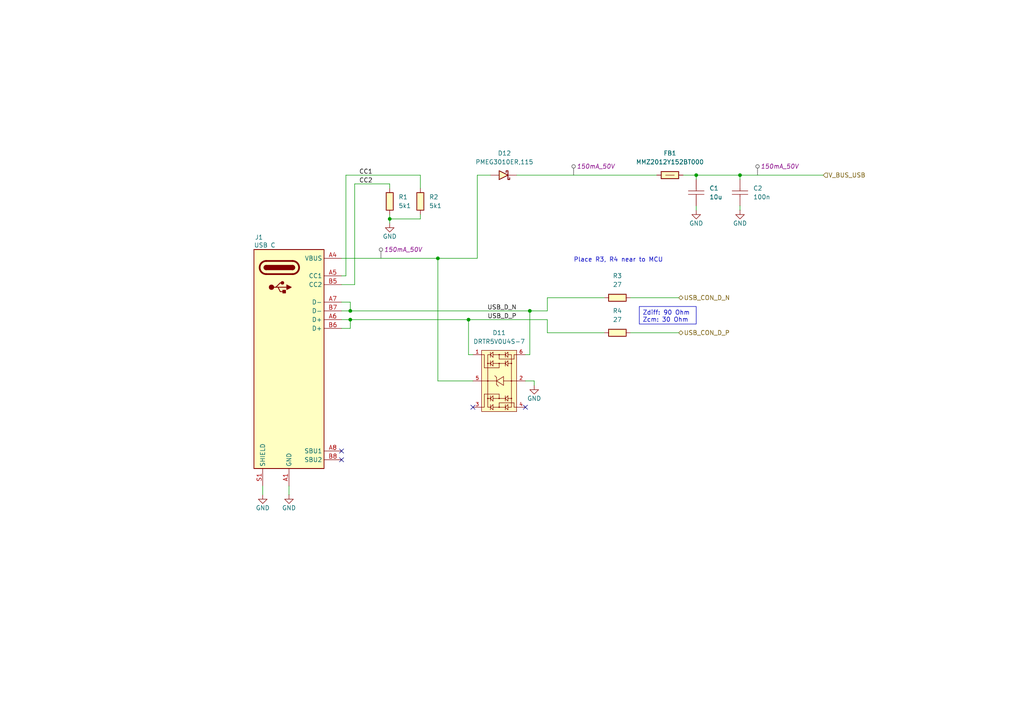
<source format=kicad_sch>
(kicad_sch (version 20231120) (generator "eeschema") (generator_version "8.0")
  (paper "A4")
  (title_block (title "Programmable Keyboard") (date "2025-01-06") (rev "3.0") (company "Kallio Designs Oy") (comment 1 "TL, NH") (comment 2 "ASSEMBLY_PN") (comment 3 "000018"))
  (lib_symbols
    (symbol "KD_Capacitor:C_0603_100n_X7R_50V" (pin_numbers hide) (pin_names hide)
      (property "Reference" "C" (at 2.54 1.27 0))
      (property "Value" "100n" (at 2.54 -1.27 0))
      (symbol "C_0603_100n_X7R_50V_0_1"
        (polyline (pts (xy -2.286 -0.508) (xy 2.286 -0.508)))
        (polyline (pts (xy -2.286 0.508) (xy 2.286 0.508)))
        (polyline (pts (xy 0 -0.508) (xy 0 -1.016)))
        (polyline (pts (xy 0 0.508) (xy 0 1.016)))
      )
      (symbol "C_0603_100n_X7R_50V_1_1"
        (pin passive line (at 0 3.81 270) (length 2.794) (name "~") (number "1"))
        (pin passive line (at 0 -3.81 90) (length 2.794) (name "~") (number "2"))
      )
    )
    (symbol "KD_Capacitor:C_1206_10u_X7R_16V" (pin_numbers hide) (pin_names hide)
      (property "Reference" "C" (at 2.54 1.27 0))
      (property "Value" "10u" (at 2.54 -1.27 0))
      (symbol "C_1206_10u_X7R_16V_0_1"
        (polyline (pts (xy -2.286 -0.508) (xy 2.286 -0.508)))
        (polyline (pts (xy -2.286 0.508) (xy 2.286 0.508)))
        (polyline (pts (xy 0 -0.508) (xy 0 -1.016)))
        (polyline (pts (xy 0 0.508) (xy 0 1.016)))
      )
      (symbol "C_1206_10u_X7R_16V_1_1"
        (pin passive line (at 0 3.81 270) (length 2.794) (name "~") (number "1"))
        (pin passive line (at 0 -3.81 90) (length 2.794) (name "~") (number "2"))
      )
    )
    (symbol "KD_Connector_USB_HDMI_Etc:USB_C_V_GCT_USB4085-GF-A"
      (property "Reference" "J" (at -25.146 6.096 0))
      (property "Value" "USB C" (at -25.4 3.81 0))
      (symbol "USB_C_V_GCT_USB4085-GF-A_0_1"
        (rectangle (start -25.4 2.54) (end -5.08 -60.96) (stroke (width 0.254)) (fill (type background)))
        (arc (start -21.844 -2.032) (mid -22.4763 -2.667) (end -21.844 -3.302) (stroke (width 0.254)))
        (arc (start -21.844 -2.032) (mid -22.4763 -2.667) (end -21.844 -3.302) (stroke (width 0.254)) (fill (type outline)))
        (arc (start -21.844 -0.762) (mid -23.7407 -2.667) (end -21.844 -4.572) (stroke (width 0.508)))
        (circle (center -20.32 -8.382) (radius 0.635) (stroke (width 0.254)) (fill (type outline)))
        (circle (center -17.145 -7.112) (radius 0.381) (stroke (width 0.254)) (fill (type outline)))
        (rectangle (start -16.256 -9.271) (end -17.018 -10.033) (stroke (width 0.254)) (fill (type outline)))
        (arc (start -14.224 -4.572) (mid -12.3273 -2.667) (end -14.224 -0.762) (stroke (width 0.508)))
        (rectangle (start -14.224 -3.302) (end -21.844 -2.032) (stroke (width 0.254)) (fill (type outline)))
        (arc (start -14.224 -3.302) (mid -13.5917 -2.667) (end -14.224 -2.032) (stroke (width 0.254)))
        (arc (start -14.224 -3.302) (mid -13.5917 -2.667) (end -14.224 -2.032) (stroke (width 0.254)) (fill (type outline)))
        (polyline (pts (xy -21.844 -0.762) (xy -14.224 -0.762)) (stroke (width 0.508)))
        (polyline (pts (xy -18.415 -8.382) (xy -15.875 -8.382)) (stroke (width 0.254)))
        (polyline (pts (xy -14.224 -4.572) (xy -21.844 -4.572)) (stroke (width 0.508)))
        (polyline (pts (xy -19.685 -8.382) (xy -19.05 -8.382) (xy -17.78 -7.112) (xy -17.145 -7.112)) (stroke (width 0.254)))
        (polyline (pts (xy -19.05 -8.382) (xy -18.415 -8.382) (xy -17.78 -9.652) (xy -16.51 -9.652)) (stroke (width 0.254)))
        (polyline (pts (xy -15.875 -7.747) (xy -15.875 -9.017) (xy -14.605 -8.382) (xy -15.875 -7.747)) (stroke (width 0.254)) (fill (type outline)))
      )
      (symbol "USB_C_V_GCT_USB4085-GF-A_1_1"
        (pin passive line (at -15.24 -66.04 90) (length 5.08) (name "GND") (number "A1"))
        (pin passive line (at -15.24 -66.04 90) (length 5.08) hide (name "GND") (number "A12"))
        (pin passive line (at 0 0 180) (length 5.08) (name "VBUS") (number "A4"))
        (pin bidirectional line (at 0 -5.08 180) (length 5.08) (name "CC1") (number "A5"))
        (pin bidirectional line (at 0 -17.78 180) (length 5.08) (name "D+") (number "A6"))
        (pin bidirectional line (at 0 -12.7 180) (length 5.08) (name "D-") (number "A7"))
        (pin bidirectional line (at 0 -55.88 180) (length 5.08) (name "SBU1") (number "A8"))
        (pin passive line (at 0 0 180) (length 5.08) hide (name "VBUS") (number "A9"))
        (pin passive line (at -15.24 -66.04 90) (length 5.08) hide (name "GND") (number "B1"))
        (pin passive line (at -15.24 -66.04 90) (length 5.08) hide (name "GND") (number "B12"))
        (pin passive line (at 0 0 180) (length 5.08) hide (name "VBUS") (number "B4"))
        (pin bidirectional line (at 0 -7.62 180) (length 5.08) (name "CC2") (number "B5"))
        (pin bidirectional line (at 0 -20.32 180) (length 5.08) (name "D+") (number "B6"))
        (pin bidirectional line (at 0 -15.24 180) (length 5.08) (name "D-") (number "B7"))
        (pin bidirectional line (at 0 -58.42 180) (length 5.08) (name "SBU2") (number "B8"))
        (pin passive line (at 0 0 180) (length 5.08) hide (name "VBUS") (number "B9"))
        (pin passive line (at -22.86 -66.04 90) (length 5.08) (name "SHIELD") (number "S1"))
      )
    )
    (symbol "KD_Diode:Schottky_30V_1A_PMEG3010ER_115" (pin_numbers hide) (pin_names hide)
      (property "Reference" "D" (at 0 2.54 0))
      (property "Value" "PMEG3010ER,115" (at 0 -2.794 0))
      (symbol "Schottky_30V_1A_PMEG3010ER_115_0_1"
        (polyline (pts (xy -1.778 0.762) (xy -1.778 1.27) (xy -1.27 1.27) (xy -1.27 -1.27) (xy -0.762 -1.27) (xy -0.762 -0.762)) (stroke (width 0.254)))
      )
      (symbol "Schottky_30V_1A_PMEG3010ER_115_1_1"
        (polyline (pts (xy 1.27 1.27) (xy 1.27 -1.27) (xy -1.27 0) (xy 1.27 1.27)) (stroke (width 0.254)) (fill (type background)))
        (pin passive line (at -3.81 0 0) (length 2.54) (name "K") (number "1"))
        (pin passive line (at 3.81 0 180) (length 2.54) (name "A") (number "2"))
      )
    )
    (symbol "KD_Diode:TVS_5V5_DRTR5V0U4S-7-M" (pin_names hide)
      (property "Reference" "D" (at 0 10.16 0))
      (property "Value" "DRTR5V0U4S-7" (at 0 -10.414 0))
      (symbol "TVS_5V5_DRTR5V0U4S-7-M_0_1"
        (rectangle (start -5.08 8.89) (end 5.08 -8.89) (fill (type background)))
      )
      (symbol "TVS_5V5_DRTR5V0U4S-7-M_1_0"
        (polyline (pts (xy -5.08 -7.62) (xy -4.318 -7.62)))
        (polyline (pts (xy -5.08 0) (xy -3.302 0)))
        (polyline (pts (xy -5.08 7.62) (xy -4.318 7.62)))
        (polyline (pts (xy -4.318 -7.62) (xy -4.318 -3.81)))
        (polyline (pts (xy -4.318 -3.81) (xy 0 -3.81)))
        (polyline (pts (xy -4.318 3.81) (xy 0 3.81)))
        (polyline (pts (xy -4.318 7.62) (xy -4.318 3.81)))
        (polyline (pts (xy -3.302 -7.62) (xy -2.54 -7.62)))
        (polyline (pts (xy -3.302 -5.08) (xy -3.302 -7.62)))
        (polyline (pts (xy -3.302 0) (xy -3.302 -5.08)))
        (polyline (pts (xy -3.302 0) (xy -3.302 5.08)))
        (polyline (pts (xy -3.302 0) (xy -0.762 0)))
        (polyline (pts (xy -3.302 5.08) (xy -3.302 7.62)))
        (polyline (pts (xy -3.302 7.62) (xy -2.54 7.62)))
        (polyline (pts (xy -2.54 -7.62) (xy -2.54 -8.382)))
        (polyline (pts (xy -2.54 -7.62) (xy -1.778 -8.382)))
        (polyline (pts (xy -2.54 -6.858) (xy -2.54 -7.62)))
        (polyline (pts (xy -2.54 -5.08) (xy -3.302 -5.08)))
        (polyline (pts (xy -2.54 -5.08) (xy -2.54 -5.842)))
        (polyline (pts (xy -2.54 -5.08) (xy -1.778 -5.842)))
        (polyline (pts (xy -2.54 -4.318) (xy -2.54 -5.08)))
        (polyline (pts (xy -2.54 4.318) (xy -2.54 5.08)))
        (polyline (pts (xy -2.54 5.08) (xy -3.302 5.08)))
        (polyline (pts (xy -2.54 5.08) (xy -2.54 5.842)))
        (polyline (pts (xy -2.54 5.08) (xy -1.778 5.842)))
        (polyline (pts (xy -2.54 6.858) (xy -2.54 7.62)))
        (polyline (pts (xy -2.54 7.62) (xy -2.54 8.382)))
        (polyline (pts (xy -2.54 7.62) (xy -1.778 8.382)))
        (polyline (pts (xy -1.778 -8.382) (xy -1.778 -7.62)))
        (polyline (pts (xy -1.778 -7.62) (xy -1.778 -6.858)))
        (polyline (pts (xy -1.778 -6.858) (xy -2.54 -7.62)))
        (polyline (pts (xy -1.778 -5.842) (xy -1.778 -5.08)))
        (polyline (pts (xy -1.778 -5.08) (xy -1.778 -4.318)))
        (polyline (pts (xy -1.778 -5.08) (xy 1.778 -5.08)))
        (polyline (pts (xy -1.778 -4.318) (xy -2.54 -5.08)))
        (polyline (pts (xy -1.778 4.318) (xy -2.54 5.08)))
        (polyline (pts (xy -1.778 5.08) (xy -1.778 4.318)))
        (polyline (pts (xy -1.778 5.08) (xy 1.778 5.08)))
        (polyline (pts (xy -1.778 5.842) (xy -1.778 5.08)))
        (polyline (pts (xy -1.778 6.858) (xy -2.54 7.62)))
        (polyline (pts (xy -1.778 7.62) (xy -1.778 6.858)))
        (polyline (pts (xy -1.778 8.382) (xy -1.778 7.62)))
        (polyline (pts (xy -0.762 -1.016) (xy -0.254 -1.524)))
        (polyline (pts (xy -0.762 0) (xy -0.762 -1.016)))
        (polyline (pts (xy -0.762 0) (xy -0.762 1.016)))
        (polyline (pts (xy -0.762 0) (xy 1.27 -1.27)))
        (polyline (pts (xy -0.762 1.016) (xy -1.27 1.524)))
        (polyline (pts (xy 0 -7.62) (xy 0 -6.35)))
        (polyline (pts (xy 0 -6.35) (xy 4.318 -6.35)))
        (polyline (pts (xy 0 -3.81) (xy 0 -5.08)))
        (polyline (pts (xy 0 3.81) (xy 0 5.08)))
        (polyline (pts (xy 0 6.35) (xy 4.318 6.35)))
        (polyline (pts (xy 0 7.62) (xy 0 6.35)))
        (polyline (pts (xy 1.27 -1.27) (xy 1.27 0)))
        (polyline (pts (xy 1.27 0) (xy 1.27 1.27)))
        (polyline (pts (xy 1.27 0) (xy 3.556 0)))
        (polyline (pts (xy 1.27 1.27) (xy -0.762 0)))
        (polyline (pts (xy 1.778 -7.62) (xy -1.778 -7.62)))
        (polyline (pts (xy 1.778 -7.62) (xy 1.778 -8.382)))
        (polyline (pts (xy 1.778 -7.62) (xy 2.54 -8.382)))
        (polyline (pts (xy 1.778 -6.858) (xy 1.778 -7.62)))
        (polyline (pts (xy 1.778 -5.08) (xy 1.778 -5.842)))
        (polyline (pts (xy 1.778 -5.08) (xy 2.54 -5.842)))
        (polyline (pts (xy 1.778 -4.318) (xy 1.778 -5.08)))
        (polyline (pts (xy 1.778 4.318) (xy 1.778 5.08)))
        (polyline (pts (xy 1.778 5.08) (xy 1.778 5.842)))
        (polyline (pts (xy 1.778 5.08) (xy 2.54 5.842)))
        (polyline (pts (xy 1.778 6.858) (xy 1.778 7.62)))
        (polyline (pts (xy 1.778 7.62) (xy -1.778 7.62)))
        (polyline (pts (xy 1.778 7.62) (xy 1.778 8.382)))
        (polyline (pts (xy 1.778 7.62) (xy 2.54 8.382)))
        (polyline (pts (xy 2.54 -8.382) (xy 2.54 -7.62)))
        (polyline (pts (xy 2.54 -7.62) (xy 2.54 -6.858)))
        (polyline (pts (xy 2.54 -7.62) (xy 3.556 -7.62)))
        (polyline (pts (xy 2.54 -6.858) (xy 1.778 -7.62)))
        (polyline (pts (xy 2.54 -5.842) (xy 2.54 -5.08)))
        (polyline (pts (xy 2.54 -5.08) (xy 2.54 -4.318)))
        (polyline (pts (xy 2.54 -5.08) (xy 3.556 -5.08)))
        (polyline (pts (xy 2.54 -4.318) (xy 1.778 -5.08)))
        (polyline (pts (xy 2.54 4.318) (xy 1.778 5.08)))
        (polyline (pts (xy 2.54 5.08) (xy 2.54 4.318)))
        (polyline (pts (xy 2.54 5.08) (xy 3.556 5.08)))
        (polyline (pts (xy 2.54 5.842) (xy 2.54 5.08)))
        (polyline (pts (xy 2.54 6.858) (xy 1.778 7.62)))
        (polyline (pts (xy 2.54 7.62) (xy 2.54 6.858)))
        (polyline (pts (xy 2.54 7.62) (xy 3.556 7.62)))
        (polyline (pts (xy 2.54 8.382) (xy 2.54 7.62)))
        (polyline (pts (xy 3.556 -7.62) (xy 3.556 -5.08)))
        (polyline (pts (xy 3.556 -5.08) (xy 3.556 0)))
        (polyline (pts (xy 3.556 0) (xy 5.08 0)))
        (polyline (pts (xy 3.556 5.08) (xy 3.556 0)))
        (polyline (pts (xy 3.556 7.62) (xy 3.556 5.08)))
        (polyline (pts (xy 4.318 -7.62) (xy 5.08 -7.62)))
        (polyline (pts (xy 4.318 -6.35) (xy 4.318 -7.62)))
        (polyline (pts (xy 4.318 6.35) (xy 4.318 7.62)))
        (polyline (pts (xy 4.318 7.62) (xy 5.08 7.62)))
      )
      (symbol "TVS_5V5_DRTR5V0U4S-7-M_1_1"
        (circle (center -3.302 -5.08) (radius 0.127) (fill (type outline)))
        (circle (center -3.302 0) (radius 0.127) (fill (type outline)))
        (circle (center -3.302 5.08) (radius 0.127) (fill (type outline)))
        (circle (center 0 -7.62) (radius 0.127) (fill (type outline)))
        (circle (center 0 -5.08) (radius 0.127) (fill (type outline)))
        (circle (center 0 5.08) (radius 0.127) (fill (type outline)))
        (circle (center 0 7.62) (radius 0.127) (fill (type outline)))
        (circle (center 3.556 -5.08) (radius 0.127) (fill (type outline)))
        (circle (center 3.556 0) (radius 0.127) (fill (type outline)))
        (circle (center 3.556 5.08) (radius 0.127) (fill (type outline)))
        (pin input line (at -7.62 7.62 0) (length 2.54) (name "1") (number "1"))
        (pin input line (at 7.62 0 180) (length 2.54) (name "V-") (number "2"))
        (pin input line (at -7.62 -7.62 0) (length 2.54) (name "3") (number "3"))
        (pin input line (at 7.62 -7.62 180) (length 2.54) (name "4") (number "4"))
        (pin input line (at -7.62 0 0) (length 2.54) (name "V+") (number "5"))
        (pin input line (at 7.62 7.62 180) (length 2.54) (name "6") (number "6"))
      )
    )
    (symbol "KD_Inductor:Ferrite_500mA_TDK_MMZ2012Y152BT000" (pin_numbers hide) (pin_names hide)
      (property "Reference" "FB" (at 2.54 1.27 0))
      (property "Value" "MMZ2012Y152BT000" (at 2.54 -1.27 0))
      (symbol "Ferrite_500mA_TDK_MMZ2012Y152BT000_0_1"
        (polyline (pts (xy 0 1.27) (xy 0 -1.27)))
      )
      (symbol "Ferrite_500mA_TDK_MMZ2012Y152BT000_1_1"
        (rectangle (start -1.016 2.54) (end 1.016 -2.54) (stroke (width 0.254)) (fill (type background)))
        (pin passive line (at 0 3.81 270) (length 1.27) (name "~") (number "1"))
        (pin passive line (at 0 -3.81 90) (length 1.27) (name "~") (number "2"))
      )
    )
    (symbol "KD_Resistor:R_0603_27_1%" (pin_numbers hide) (pin_names hide)
      (property "Reference" "R" (at 2.032 1.27 0))
      (property "Value" "27" (at 2.032 -1.27 0))
      (symbol "R_0603_27_1%_0_1"
        (rectangle (start -1.016 -2.54) (end 1.016 2.54) (stroke (width 0.254)) (fill (type background)))
      )
      (symbol "R_0603_27_1%_1_1"
        (pin passive line (at 0 3.81 270) (length 1.27) (name "~") (number "1"))
        (pin passive line (at 0 -3.81 90) (length 1.27) (name "~") (number "2"))
      )
    )
    (symbol "KD_Resistor:R_0603_5100_1%" (pin_numbers hide) (pin_names hide)
      (property "Reference" "R" (at 2.032 1.27 0))
      (property "Value" "5k1" (at 2.032 -1.27 0))
      (symbol "R_0603_5100_1%_0_1"
        (rectangle (start -1.016 -2.54) (end 1.016 2.54) (stroke (width 0.254)) (fill (type background)))
      )
      (symbol "R_0603_5100_1%_1_1"
        (pin passive line (at 0 3.81 270) (length 1.27) (name "~") (number "1"))
        (pin passive line (at 0 -3.81 90) (length 1.27) (name "~") (number "2"))
      )
    )
    (symbol "power:GND" (power) (pin_numbers hide) (pin_names (offset 0) hide)
      (property "Value" "GND" (at 0 -3.81 0))
      (symbol "GND_0_1"
        (polyline (pts (xy 0 0) (xy 0 -1.27) (xy 1.27 -1.27) (xy 0 -2.54) (xy -1.27 -1.27) (xy 0 -1.27)))
      )
      (symbol "GND_1_1"
        (pin power_in line (at 0 0 270) (length 0) (name "~") (number "1"))
      )
    )
  )
  (junction (at 101.6 90.17))
  (junction (at 214.63 50.8))
  (junction (at 113.03 63.5))
  (junction (at 101.6 92.71))
  (junction (at 201.93 50.8))
  (junction (at 153.67 90.17))
  (junction (at 127 74.93))
  (junction (at 135.89 92.71))
  (no_connect (at 99.06 130.81))
  (no_connect (at 152.4 118.11))
  (no_connect (at 99.06 133.35))
  (no_connect (at 137.16 118.11))
  (wire (pts (xy 121.92 50.8) (xy 121.92 54.61)))
  (wire (pts (xy 127 74.93) (xy 138.43 74.93)))
  (wire (pts (xy 127 110.49) (xy 127 74.93)))
  (wire (pts (xy 102.87 53.34) (xy 113.03 53.34)))
  (wire (pts (xy 100.33 50.8) (xy 121.92 50.8)))
  (wire (pts (xy 113.03 62.23) (xy 113.03 63.5)))
  (wire (pts (xy 137.16 102.87) (xy 135.89 102.87)))
  (wire (pts (xy 149.86 50.8) (xy 190.5 50.8)))
  (wire (pts (xy 101.6 90.17) (xy 153.67 90.17)))
  (wire (pts (xy 99.06 82.55) (xy 102.87 82.55)))
  (wire (pts (xy 138.43 50.8) (xy 142.24 50.8)))
  (wire (pts (xy 121.92 63.5) (xy 113.03 63.5)))
  (wire (pts (xy 182.88 96.52) (xy 196.85 96.52)))
  (wire (pts (xy 135.89 92.71) (xy 158.75 92.71)))
  (wire (pts (xy 76.2 140.97) (xy 76.2 143.51)))
  (wire (pts (xy 101.6 92.71) (xy 135.89 92.71)))
  (wire (pts (xy 158.75 92.71) (xy 158.75 96.52)))
  (wire (pts (xy 100.33 50.8) (xy 100.33 80.01)))
  (wire (pts (xy 83.82 140.97) (xy 83.82 143.51)))
  (wire (pts (xy 101.6 87.63) (xy 101.6 90.17)))
  (wire (pts (xy 99.06 95.25) (xy 101.6 95.25)))
  (wire (pts (xy 201.93 50.8) (xy 214.63 50.8)))
  (wire (pts (xy 113.03 53.34) (xy 113.03 54.61)))
  (wire (pts (xy 135.89 92.71) (xy 135.89 102.87)))
  (wire (pts (xy 99.06 74.93) (xy 127 74.93)))
  (wire (pts (xy 154.94 110.49) (xy 154.94 111.76)))
  (wire (pts (xy 198.12 50.8) (xy 201.93 50.8)))
  (wire (pts (xy 99.06 87.63) (xy 101.6 87.63)))
  (wire (pts (xy 152.4 102.87) (xy 153.67 102.87)))
  (wire (pts (xy 101.6 95.25) (xy 101.6 92.71)))
  (wire (pts (xy 102.87 82.55) (xy 102.87 53.34)))
  (wire (pts (xy 153.67 90.17) (xy 153.67 102.87)))
  (wire (pts (xy 152.4 110.49) (xy 154.94 110.49)))
  (wire (pts (xy 214.63 50.8) (xy 238.76 50.8)))
  (wire (pts (xy 201.93 59.69) (xy 201.93 60.96)))
  (wire (pts (xy 99.06 90.17) (xy 101.6 90.17)))
  (wire (pts (xy 137.16 110.49) (xy 127 110.49)))
  (wire (pts (xy 121.92 62.23) (xy 121.92 63.5)))
  (wire (pts (xy 214.63 52.07) (xy 214.63 50.8)))
  (wire (pts (xy 214.63 59.69) (xy 214.63 60.96)))
  (wire (pts (xy 113.03 63.5) (xy 113.03 64.77)))
  (wire (pts (xy 153.67 90.17) (xy 158.75 90.17)))
  (wire (pts (xy 175.26 86.36) (xy 158.75 86.36)))
  (wire (pts (xy 99.06 92.71) (xy 101.6 92.71)))
  (wire (pts (xy 182.88 86.36) (xy 196.85 86.36)))
  (wire (pts (xy 201.93 50.8) (xy 201.93 52.07)))
  (wire (pts (xy 99.06 80.01) (xy 100.33 80.01)))
  (wire (pts (xy 138.43 50.8) (xy 138.43 74.93)))
  (wire (pts (xy 158.75 96.52) (xy 175.26 96.52)))
  (wire (pts (xy 158.75 86.36) (xy 158.75 90.17)))
  (text_box "Zdiff: 90 Ohm\nZcm: 30 Ohm" (at 185.42 88.9 0) (size 16.51 5.08) (effects (font (size 1.27 1.27)) (justify left top)))
  (text "Place R3, R4 near to MCU" (at 166.37 76.2 0) (effects (font (size 1.27 1.27)) (justify left bottom)))
  (label "CC2" (at 104.14 53.34 0))
  (label "USB_D_P" (at 149.86 92.71 180))
  (label "USB_D_N" (at 149.86 90.17 180))
  (label "CC1" (at 104.14 50.8 0))
  (hierarchical_label "USB_CON_D_N" (shape bidirectional) (at 196.85 86.36 0))
  (hierarchical_label "USB_CON_D_P" (shape bidirectional) (at 196.85 96.52 0))
  (hierarchical_label "V_BUS_USB" (shape input) (at 238.76 50.8 0))
  (netclass_flag "" (length 2.54) (shape round) (at 110.49 74.93 0) (property "Netclass" "150mA_50V" (at 111.379 72.39 0) (effects (font (italic yes)) (justify left))))
  (netclass_flag "" (length 2.54) (shape round) (at 166.37 50.8 0) (property "Netclass" "150mA_50V" (at 167.259 48.26 0) (effects (font (italic yes)) (justify left))))
  (netclass_flag "" (length 2.54) (shape round) (at 219.71 50.8 0) (property "Netclass" "150mA_50V" (at 220.599 48.26 0) (effects (font (italic yes)) (justify left))))
  (symbol (lib_id "KD_Resistor:R_0603_27_1%") (at 179.07 96.52 90) (unit 1)
    (property "Reference" "R4" (at 179.07 90.17 90))
    (property "Value" "27" (at 179.07 92.71 90))
    (property "Footprint" "KD_Resistor:RESC1608X55N" (effects (hide yes)))
    (property "Datasheet" "https://www.bourns.com/docs/product-datasheets/cr.pdf?sfvrsn=574d41f6_14" (effects (hide yes)))
    (property "Description" "RES SMD 27 OHM 1% 1/10W 0603" (effects (hide yes)))
    (property "Manufacturer" "Bourns Inc." (effects (hide yes)))
    (property "MFG_PartNo" "CR0603-FX-27R0ELF" (effects (hide yes)))
    (property "Supplier" "Digi-Key" (effects (hide yes)))
    (property "Supplier_PartNo" "CR0603-FX-27R0ELFCT-ND" (effects (hide yes)))
    (property "DNP" "F" (effects (hide yes)))
    (property "Price" "0.02" (effects (hide yes)))
  )
  (symbol (lib_id "KD_Resistor:R_0603_5100_1%") (at 113.03 58.42 0) (unit 1)
    (property "Reference" "R1" (at 115.57 57.1499 0) (effects (justify left)))
    (property "Value" "5k1" (at 115.57 59.6899 0) (effects (justify left)))
    (property "Footprint" "KD_Resistor:RESC1608X55N" (effects (hide yes)))
    (property "Datasheet" "https://www.seielect.com/catalog/sei-rmcf_rmcp.pdf" (effects (hide yes)))
    (property "Description" "RES 5.1K OHM 5% 1/10W 0603" (effects (hide yes)))
    (property "Manufacturer" "Stackpole Electronics Inc" (effects (hide yes)))
    (property "MFG_PartNo" "RMCF0603JT5K10" (effects (hide yes)))
    (property "Supplier" "Digi-Key" (effects (hide yes)))
    (property "Supplier_PartNo" "RMCF0603JT5K10CT-ND" (effects (hide yes)))
    (property "DNP" "F" (effects (hide yes)))
    (property "Price" "0.01" (effects (hide yes)))
  )
  (symbol (lib_id "KD_Capacitor:C_1206_10u_X7R_16V") (at 201.93 55.88 0) (unit 1)
    (property "Reference" "C1" (at 205.74 54.6099 0) (effects (justify left)))
    (property "Value" "10u" (at 205.74 57.1499 0) (effects (justify left)))
    (property "Footprint" "KD_Capacitor:CAPC3216X150N" (effects (hide yes)))
    (property "Datasheet" "https://www.samsungsem.com/kr/support/product-search/mlcc/CL31B106MOHNNNE.jsp" (effects (hide yes)))
    (property "Description" "Capacitor" (effects (hide yes)))
    (property "Manufacturer" "Samsung Electro-Mechanics" (effects (hide yes)))
    (property "MFG_PartNo" "CL31B106MOHNNNE" (effects (hide yes)))
    (property "Supplier" "Digi-Key" (effects (hide yes)))
    (property "Supplier_PartNo" "1276-6641-1-ND" (effects (hide yes)))
    (property "DNP" "F" (effects (hide yes)))
    (property "Price" "0.10" (effects (hide yes)))
  )
  (symbol (lib_id "power:GND") (at 113.03 64.77 0) (unit 1)
    (property "Reference" "#PWR03" (effects (hide yes)))
    (property "Value" "GND" (at 113.03 68.58 0))
    (property "Description" "Power symbol creates a global label with name \"GND\" , ground" (effects (hide yes)))
  )
  (symbol (lib_id "KD_Diode:TVS_5V5_DRTR5V0U4S-7-M") (at 144.78 110.49 0) (unit 1)
    (property "Reference" "D11" (at 144.78 96.52 0))
    (property "Value" "DRTR5V0U4S-7" (at 144.78 99.06 0))
    (property "Footprint" "KD_Package_TO_SOT_SMD:SOT-363_SC-70-6" (effects (hide yes)))
    (property "Datasheet" "https://www.diodes.com/assets/Datasheets/DRTR5V0U4S.pdf" (effects (hide yes)))
    (property "Description" "TVS DIODE 5.5VWM SOT363" (effects (hide yes)))
    (property "Manufacturer" "Diodes Incorporated" (effects (hide yes)))
    (property "MFG_PartNo" "DRTR5V0U4S-7" (effects (hide yes)))
    (property "Supplier" "Digi-Key" (effects (hide yes)))
    (property "Supplier_PartNo" "DRTR5V0U4S-7DICT-ND" (effects (hide yes)))
    (property "DNP" "F" (effects (hide yes)))
    (property "Price" "0.30" (effects (hide yes)))
  )
  (symbol (lib_id "power:GND") (at 83.82 143.51 0) (unit 1)
    (property "Reference" "#PWR02" (effects (hide yes)))
    (property "Value" "GND" (at 83.82 147.32 0))
    (property "Description" "Power symbol creates a global label with name \"GND\" , ground" (effects (hide yes)))
  )
  (symbol (lib_id "power:GND") (at 76.2 143.51 0) (unit 1)
    (property "Reference" "#PWR01" (effects (hide yes)))
    (property "Value" "GND" (at 76.2 147.32 0))
    (property "Description" "Power symbol creates a global label with name \"GND\" , ground" (effects (hide yes)))
  )
  (symbol (lib_id "power:GND") (at 154.94 111.76 0) (unit 1)
    (property "Reference" "#PWR04" (effects (hide yes)))
    (property "Value" "GND" (at 154.94 115.57 0))
    (property "Description" "Power symbol creates a global label with name \"GND\" , ground" (effects (hide yes)))
  )
  (symbol (lib_id "KD_Inductor:Ferrite_500mA_TDK_MMZ2012Y152BT000") (at 194.31 50.8 90) (unit 1)
    (property "Reference" "FB1" (at 194.31 44.45 90))
    (property "Value" "MMZ2012Y152BT000" (at 194.31 46.99 90))
    (property "Footprint" "KD_Inductor:INDC2016X100N" (effects (hide yes)))
    (property "Datasheet" "https://product.tdk.com/en/system/files?file=dam/doc/product/emc/emc/beads/catalog/beads_commercial_signal_mmz2012_en.pdf" (effects (hide yes)))
    (property "Description" "FERRITE BEAD 1.5 KOHM 0805 1LN" (effects (hide yes)))
    (property "Manufacturer" "Abracon LLC" (effects (hide yes)))
    (property "MFG_PartNo" "MMZ2012Y152BT000" (effects (hide yes)))
    (property "Supplier" "Digi-Key" (effects (hide yes)))
    (property "Supplier_PartNo" "445-MMZ2012Y152BT000CT-ND" (effects (hide yes)))
    (property "DNP" "F" (effects (hide yes)))
    (property "Price" "0.10" (effects (hide yes)))
  )
  (symbol (lib_id "KD_Diode:Schottky_30V_1A_PMEG3010ER_115") (at 146.05 50.8 180) (unit 1)
    (property "Reference" "D12" (at 146.304 44.45 0))
    (property "Value" "PMEG3010ER,115" (at 146.304 46.99 0))
    (property "Footprint" "KD_Diode:DIOC360X180X150N_A" (effects (hide yes)))
    (property "Datasheet" "https://assets.nexperia.com/documents/data-sheet/PMEG3010ER.pdf" (effects (hide yes)))
    (property "Description" "DIODE SCHOTTKY 30V 1A SOD123W" (effects (hide yes)))
    (property "Manufacturer" "Nexperia USA Inc." (effects (hide yes)))
    (property "MFG_PartNo" "PMEG3010ER,115" (effects (hide yes)))
    (property "Supplier" "Digi-Key" (effects (hide yes)))
    (property "Supplier_PartNo" "1727-5201-1-ND" (effects (hide yes)))
    (property "DNP" "F" (effects (hide yes)))
    (property "Price" "0.3" (effects (hide yes)))
  )
  (symbol (lib_id "KD_Capacitor:C_0603_100n_X7R_50V") (at 214.63 55.88 0) (unit 1)
    (property "Reference" "C2" (at 218.44 54.6099 0) (effects (justify left)))
    (property "Value" "100n" (at 218.44 57.1499 0) (effects (justify left)))
    (property "Footprint" "KD_Capacitor:CAPC1608X90N" (effects (hide yes)))
    (property "Datasheet" "https://mm.digikey.com/Volume0/opasdata/d220001/medias/docus/658/CL10B104KB8NNWC_Spec.pdf" (effects (hide yes)))
    (property "Description" "CAP CER 0.1UF 50V X7R 0603" (effects (hide yes)))
    (property "Manufacturer" "Samsung" (effects (hide yes)))
    (property "MFG_PartNo" "CL10B104KB8NNWC" (effects (hide yes)))
    (property "Supplier" "Digi-Key" (effects (hide yes)))
    (property "Supplier_PartNo" "1276-1935-1-ND" (effects (hide yes)))
    (property "DNP" "F" (effects (hide yes)))
    (property "Price" "0.01" (effects (hide yes)))
  )
  (symbol (lib_id "power:GND") (at 214.63 60.96 0) (unit 1)
    (property "Reference" "#PWR06" (effects (hide yes)))
    (property "Value" "GND" (at 214.63 64.77 0))
    (property "Description" "Power symbol creates a global label with name \"GND\" , ground" (effects (hide yes)))
  )
  (symbol (lib_id "KD_Resistor:R_0603_5100_1%") (at 121.92 58.42 0) (unit 1)
    (property "Reference" "R2" (at 124.46 57.1499 0) (effects (justify left)))
    (property "Value" "5k1" (at 124.46 59.6899 0) (effects (justify left)))
    (property "Footprint" "KD_Resistor:RESC1608X55N" (effects (hide yes)))
    (property "Datasheet" "https://www.seielect.com/catalog/sei-rmcf_rmcp.pdf" (effects (hide yes)))
    (property "Description" "RES 5.1K OHM 5% 1/10W 0603" (effects (hide yes)))
    (property "Manufacturer" "Stackpole Electronics Inc" (effects (hide yes)))
    (property "MFG_PartNo" "RMCF0603JT5K10" (effects (hide yes)))
    (property "Supplier" "Digi-Key" (effects (hide yes)))
    (property "Supplier_PartNo" "RMCF0603JT5K10CT-ND" (effects (hide yes)))
    (property "DNP" "F" (effects (hide yes)))
    (property "Price" "0.01" (effects (hide yes)))
  )
  (symbol (lib_id "power:GND") (at 201.93 60.96 0) (unit 1)
    (property "Reference" "#PWR05" (effects (hide yes)))
    (property "Value" "GND" (at 201.93 64.77 0))
    (property "Description" "Power symbol creates a global label with name \"GND\" , ground" (effects (hide yes)))
  )
  (symbol (lib_id "KD_Resistor:R_0603_27_1%") (at 179.07 86.36 90) (unit 1)
    (property "Reference" "R3" (at 179.07 80.01 90))
    (property "Value" "27" (at 179.07 82.55 90))
    (property "Footprint" "KD_Resistor:RESC1608X55N" (effects (hide yes)))
    (property "Datasheet" "https://www.bourns.com/docs/product-datasheets/cr.pdf?sfvrsn=574d41f6_14" (effects (hide yes)))
    (property "Description" "RES SMD 27 OHM 1% 1/10W 0603" (effects (hide yes)))
    (property "Manufacturer" "Bourns Inc." (effects (hide yes)))
    (property "MFG_PartNo" "CR0603-FX-27R0ELF" (effects (hide yes)))
    (property "Supplier" "Digi-Key" (effects (hide yes)))
    (property "Supplier_PartNo" "CR0603-FX-27R0ELFCT-ND" (effects (hide yes)))
    (property "DNP" "F" (effects (hide yes)))
    (property "Price" "0.02" (effects (hide yes)))
  )
  (symbol (lib_id "KD_Connector_USB_HDMI_Etc:USB_C_V_GCT_USB4085-GF-A") (at 99.06 74.93 0) (unit 1)
    (property "Reference" "J1" (at 73.914 68.834 0) (effects (justify left)))
    (property "Value" "USB C" (at 73.66 71.12 0) (effects (justify left)))
    (property "Footprint" "KD_Connector_USB_HDMI_Etc:USB_C_Receptacle_GCT_USB4085" (effects (hide yes)))
    (property "Datasheet" "https://gct.co/files/drawings/usb4085.pdf" (effects (hide yes)))
    (property "Description" "CONN RCPT USB2.0 TYPE C 16+8POS" (effects (hide yes)))
    (property "Manufacturer" "GCT" (effects (hide yes)))
    (property "MFG_PartNo" "USB4085-GF-A" (effects (hide yes)))
    (property "Supplier" "Digi-Key" (effects (hide yes)))
    (property "Supplier_PartNo" "2073-USB4085-GF-ACT-ND" (effects (hide yes)))
    (property "DNP" "F" (effects (hide yes)))
    (property "Price" "0.85" (effects (hide yes)))
  )
)
</source>
